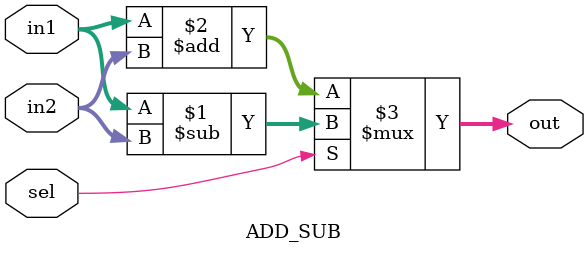
<source format=v>
module ADD_SUB(in1,in2,sel,out);
input wire [15:0] in1,in2;
input sel;
output [15:0] out;

assign out = (sel) ? in1-in2: in1+in2;
endmodule

</source>
